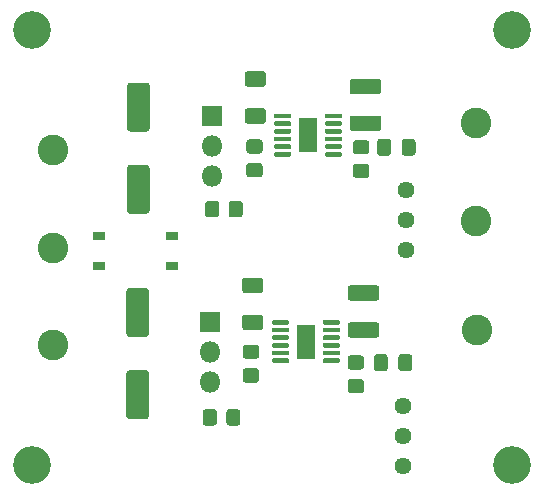
<source format=gbr>
G04 #@! TF.GenerationSoftware,KiCad,Pcbnew,(5.1.7-0-10_14)*
G04 #@! TF.CreationDate,2020-11-05T19:56:57+01:00*
G04 #@! TF.ProjectId,lv-lownoise-psu,6c762d6c-6f77-46e6-9f69-73652d707375,rev?*
G04 #@! TF.SameCoordinates,Original*
G04 #@! TF.FileFunction,Soldermask,Top*
G04 #@! TF.FilePolarity,Negative*
%FSLAX46Y46*%
G04 Gerber Fmt 4.6, Leading zero omitted, Abs format (unit mm)*
G04 Created by KiCad (PCBNEW (5.1.7-0-10_14)) date 2020-11-05 19:56:57*
%MOMM*%
%LPD*%
G01*
G04 APERTURE LIST*
%ADD10C,1.440000*%
%ADD11R,1.650000X2.850000*%
%ADD12O,1.800000X1.800000*%
%ADD13R,1.800000X1.800000*%
%ADD14C,2.600000*%
%ADD15C,3.200000*%
%ADD16R,1.000000X0.800000*%
G04 APERTURE END LIST*
G36*
G01*
X94743500Y-71700000D02*
X93343500Y-71700000D01*
G75*
G02*
X93093500Y-71450000I0J250000D01*
G01*
X93093500Y-67800000D01*
G75*
G02*
X93343500Y-67550000I250000J0D01*
G01*
X94743500Y-67550000D01*
G75*
G02*
X94993500Y-67800000I0J-250000D01*
G01*
X94993500Y-71450000D01*
G75*
G02*
X94743500Y-71700000I-250000J0D01*
G01*
G37*
G36*
G01*
X94743500Y-78650000D02*
X93343500Y-78650000D01*
G75*
G02*
X93093500Y-78400000I0J250000D01*
G01*
X93093500Y-74750000D01*
G75*
G02*
X93343500Y-74500000I250000J0D01*
G01*
X94743500Y-74500000D01*
G75*
G02*
X94993500Y-74750000I0J-250000D01*
G01*
X94993500Y-78400000D01*
G75*
G02*
X94743500Y-78650000I-250000J0D01*
G01*
G37*
D10*
X116484400Y-82600800D03*
X116484400Y-80060800D03*
X116484400Y-77520800D03*
G36*
G01*
X112972001Y-74450500D02*
X112071999Y-74450500D01*
G75*
G02*
X111822000Y-74200501I0J249999D01*
G01*
X111822000Y-73500499D01*
G75*
G02*
X112071999Y-73250500I249999J0D01*
G01*
X112972001Y-73250500D01*
G75*
G02*
X113222000Y-73500499I0J-249999D01*
G01*
X113222000Y-74200501D01*
G75*
G02*
X112972001Y-74450500I-249999J0D01*
G01*
G37*
G36*
G01*
X112972001Y-76450500D02*
X112071999Y-76450500D01*
G75*
G02*
X111822000Y-76200501I0J249999D01*
G01*
X111822000Y-75500499D01*
G75*
G02*
X112071999Y-75250500I249999J0D01*
G01*
X112972001Y-75250500D01*
G75*
G02*
X113222000Y-75500499I0J-249999D01*
G01*
X113222000Y-76200501D01*
G75*
G02*
X112972001Y-76450500I-249999J0D01*
G01*
G37*
G36*
G01*
X112069699Y-70432500D02*
X114269701Y-70432500D01*
G75*
G02*
X114519700Y-70682499I0J-249999D01*
G01*
X114519700Y-71507501D01*
G75*
G02*
X114269701Y-71757500I-249999J0D01*
G01*
X112069699Y-71757500D01*
G75*
G02*
X111819700Y-71507501I0J249999D01*
G01*
X111819700Y-70682499D01*
G75*
G02*
X112069699Y-70432500I249999J0D01*
G01*
G37*
G36*
G01*
X112069699Y-67307500D02*
X114269701Y-67307500D01*
G75*
G02*
X114519700Y-67557499I0J-249999D01*
G01*
X114519700Y-68382501D01*
G75*
G02*
X114269701Y-68632500I-249999J0D01*
G01*
X112069699Y-68632500D01*
G75*
G02*
X111819700Y-68382501I0J249999D01*
G01*
X111819700Y-67557499D01*
G75*
G02*
X112069699Y-67307500I249999J0D01*
G01*
G37*
G36*
G01*
X115221600Y-73388200D02*
X115221600Y-74338200D01*
G75*
G02*
X114971600Y-74588200I-250000J0D01*
G01*
X114296600Y-74588200D01*
G75*
G02*
X114046600Y-74338200I0J250000D01*
G01*
X114046600Y-73388200D01*
G75*
G02*
X114296600Y-73138200I250000J0D01*
G01*
X114971600Y-73138200D01*
G75*
G02*
X115221600Y-73388200I0J-250000D01*
G01*
G37*
G36*
G01*
X117296600Y-73388200D02*
X117296600Y-74338200D01*
G75*
G02*
X117046600Y-74588200I-250000J0D01*
G01*
X116371600Y-74588200D01*
G75*
G02*
X116121600Y-74338200I0J250000D01*
G01*
X116121600Y-73388200D01*
G75*
G02*
X116371600Y-73138200I250000J0D01*
G01*
X117046600Y-73138200D01*
G75*
G02*
X117296600Y-73388200I0J-250000D01*
G01*
G37*
G36*
G01*
X103134399Y-69784400D02*
X104434401Y-69784400D01*
G75*
G02*
X104684400Y-70034399I0J-249999D01*
G01*
X104684400Y-70859401D01*
G75*
G02*
X104434401Y-71109400I-249999J0D01*
G01*
X103134399Y-71109400D01*
G75*
G02*
X102884400Y-70859401I0J249999D01*
G01*
X102884400Y-70034399D01*
G75*
G02*
X103134399Y-69784400I249999J0D01*
G01*
G37*
G36*
G01*
X103134399Y-66659400D02*
X104434401Y-66659400D01*
G75*
G02*
X104684400Y-66909399I0J-249999D01*
G01*
X104684400Y-67734401D01*
G75*
G02*
X104434401Y-67984400I-249999J0D01*
G01*
X103134399Y-67984400D01*
G75*
G02*
X102884400Y-67734401I0J249999D01*
G01*
X102884400Y-66909399D01*
G75*
G02*
X103134399Y-66659400I249999J0D01*
G01*
G37*
D11*
X108296600Y-72071900D03*
G36*
G01*
X109721600Y-70546900D02*
X109721600Y-70346900D01*
G75*
G02*
X109821600Y-70246900I100000J0D01*
G01*
X111071600Y-70246900D01*
G75*
G02*
X111171600Y-70346900I0J-100000D01*
G01*
X111171600Y-70546900D01*
G75*
G02*
X111071600Y-70646900I-100000J0D01*
G01*
X109821600Y-70646900D01*
G75*
G02*
X109721600Y-70546900I0J100000D01*
G01*
G37*
G36*
G01*
X109721600Y-71196900D02*
X109721600Y-70996900D01*
G75*
G02*
X109821600Y-70896900I100000J0D01*
G01*
X111071600Y-70896900D01*
G75*
G02*
X111171600Y-70996900I0J-100000D01*
G01*
X111171600Y-71196900D01*
G75*
G02*
X111071600Y-71296900I-100000J0D01*
G01*
X109821600Y-71296900D01*
G75*
G02*
X109721600Y-71196900I0J100000D01*
G01*
G37*
G36*
G01*
X109721600Y-71846900D02*
X109721600Y-71646900D01*
G75*
G02*
X109821600Y-71546900I100000J0D01*
G01*
X111071600Y-71546900D01*
G75*
G02*
X111171600Y-71646900I0J-100000D01*
G01*
X111171600Y-71846900D01*
G75*
G02*
X111071600Y-71946900I-100000J0D01*
G01*
X109821600Y-71946900D01*
G75*
G02*
X109721600Y-71846900I0J100000D01*
G01*
G37*
G36*
G01*
X109721600Y-72496900D02*
X109721600Y-72296900D01*
G75*
G02*
X109821600Y-72196900I100000J0D01*
G01*
X111071600Y-72196900D01*
G75*
G02*
X111171600Y-72296900I0J-100000D01*
G01*
X111171600Y-72496900D01*
G75*
G02*
X111071600Y-72596900I-100000J0D01*
G01*
X109821600Y-72596900D01*
G75*
G02*
X109721600Y-72496900I0J100000D01*
G01*
G37*
G36*
G01*
X109721600Y-73146900D02*
X109721600Y-72946900D01*
G75*
G02*
X109821600Y-72846900I100000J0D01*
G01*
X111071600Y-72846900D01*
G75*
G02*
X111171600Y-72946900I0J-100000D01*
G01*
X111171600Y-73146900D01*
G75*
G02*
X111071600Y-73246900I-100000J0D01*
G01*
X109821600Y-73246900D01*
G75*
G02*
X109721600Y-73146900I0J100000D01*
G01*
G37*
G36*
G01*
X109721600Y-73796900D02*
X109721600Y-73596900D01*
G75*
G02*
X109821600Y-73496900I100000J0D01*
G01*
X111071600Y-73496900D01*
G75*
G02*
X111171600Y-73596900I0J-100000D01*
G01*
X111171600Y-73796900D01*
G75*
G02*
X111071600Y-73896900I-100000J0D01*
G01*
X109821600Y-73896900D01*
G75*
G02*
X109721600Y-73796900I0J100000D01*
G01*
G37*
G36*
G01*
X105421600Y-73796900D02*
X105421600Y-73596900D01*
G75*
G02*
X105521600Y-73496900I100000J0D01*
G01*
X106771600Y-73496900D01*
G75*
G02*
X106871600Y-73596900I0J-100000D01*
G01*
X106871600Y-73796900D01*
G75*
G02*
X106771600Y-73896900I-100000J0D01*
G01*
X105521600Y-73896900D01*
G75*
G02*
X105421600Y-73796900I0J100000D01*
G01*
G37*
G36*
G01*
X105421600Y-73146900D02*
X105421600Y-72946900D01*
G75*
G02*
X105521600Y-72846900I100000J0D01*
G01*
X106771600Y-72846900D01*
G75*
G02*
X106871600Y-72946900I0J-100000D01*
G01*
X106871600Y-73146900D01*
G75*
G02*
X106771600Y-73246900I-100000J0D01*
G01*
X105521600Y-73246900D01*
G75*
G02*
X105421600Y-73146900I0J100000D01*
G01*
G37*
G36*
G01*
X105421600Y-72496900D02*
X105421600Y-72296900D01*
G75*
G02*
X105521600Y-72196900I100000J0D01*
G01*
X106771600Y-72196900D01*
G75*
G02*
X106871600Y-72296900I0J-100000D01*
G01*
X106871600Y-72496900D01*
G75*
G02*
X106771600Y-72596900I-100000J0D01*
G01*
X105521600Y-72596900D01*
G75*
G02*
X105421600Y-72496900I0J100000D01*
G01*
G37*
G36*
G01*
X105421600Y-71846900D02*
X105421600Y-71646900D01*
G75*
G02*
X105521600Y-71546900I100000J0D01*
G01*
X106771600Y-71546900D01*
G75*
G02*
X106871600Y-71646900I0J-100000D01*
G01*
X106871600Y-71846900D01*
G75*
G02*
X106771600Y-71946900I-100000J0D01*
G01*
X105521600Y-71946900D01*
G75*
G02*
X105421600Y-71846900I0J100000D01*
G01*
G37*
G36*
G01*
X105421600Y-71196900D02*
X105421600Y-70996900D01*
G75*
G02*
X105521600Y-70896900I100000J0D01*
G01*
X106771600Y-70896900D01*
G75*
G02*
X106871600Y-70996900I0J-100000D01*
G01*
X106871600Y-71196900D01*
G75*
G02*
X106771600Y-71296900I-100000J0D01*
G01*
X105521600Y-71296900D01*
G75*
G02*
X105421600Y-71196900I0J100000D01*
G01*
G37*
G36*
G01*
X105421600Y-70546900D02*
X105421600Y-70346900D01*
G75*
G02*
X105521600Y-70246900I100000J0D01*
G01*
X106771600Y-70246900D01*
G75*
G02*
X106871600Y-70346900I0J-100000D01*
G01*
X106871600Y-70546900D01*
G75*
G02*
X106771600Y-70646900I-100000J0D01*
G01*
X105521600Y-70646900D01*
G75*
G02*
X105421600Y-70546900I0J100000D01*
G01*
G37*
X108474400Y-54597900D03*
G36*
G01*
X109899400Y-53072900D02*
X109899400Y-52872900D01*
G75*
G02*
X109999400Y-52772900I100000J0D01*
G01*
X111249400Y-52772900D01*
G75*
G02*
X111349400Y-52872900I0J-100000D01*
G01*
X111349400Y-53072900D01*
G75*
G02*
X111249400Y-53172900I-100000J0D01*
G01*
X109999400Y-53172900D01*
G75*
G02*
X109899400Y-53072900I0J100000D01*
G01*
G37*
G36*
G01*
X109899400Y-53722900D02*
X109899400Y-53522900D01*
G75*
G02*
X109999400Y-53422900I100000J0D01*
G01*
X111249400Y-53422900D01*
G75*
G02*
X111349400Y-53522900I0J-100000D01*
G01*
X111349400Y-53722900D01*
G75*
G02*
X111249400Y-53822900I-100000J0D01*
G01*
X109999400Y-53822900D01*
G75*
G02*
X109899400Y-53722900I0J100000D01*
G01*
G37*
G36*
G01*
X109899400Y-54372900D02*
X109899400Y-54172900D01*
G75*
G02*
X109999400Y-54072900I100000J0D01*
G01*
X111249400Y-54072900D01*
G75*
G02*
X111349400Y-54172900I0J-100000D01*
G01*
X111349400Y-54372900D01*
G75*
G02*
X111249400Y-54472900I-100000J0D01*
G01*
X109999400Y-54472900D01*
G75*
G02*
X109899400Y-54372900I0J100000D01*
G01*
G37*
G36*
G01*
X109899400Y-55022900D02*
X109899400Y-54822900D01*
G75*
G02*
X109999400Y-54722900I100000J0D01*
G01*
X111249400Y-54722900D01*
G75*
G02*
X111349400Y-54822900I0J-100000D01*
G01*
X111349400Y-55022900D01*
G75*
G02*
X111249400Y-55122900I-100000J0D01*
G01*
X109999400Y-55122900D01*
G75*
G02*
X109899400Y-55022900I0J100000D01*
G01*
G37*
G36*
G01*
X109899400Y-55672900D02*
X109899400Y-55472900D01*
G75*
G02*
X109999400Y-55372900I100000J0D01*
G01*
X111249400Y-55372900D01*
G75*
G02*
X111349400Y-55472900I0J-100000D01*
G01*
X111349400Y-55672900D01*
G75*
G02*
X111249400Y-55772900I-100000J0D01*
G01*
X109999400Y-55772900D01*
G75*
G02*
X109899400Y-55672900I0J100000D01*
G01*
G37*
G36*
G01*
X109899400Y-56322900D02*
X109899400Y-56122900D01*
G75*
G02*
X109999400Y-56022900I100000J0D01*
G01*
X111249400Y-56022900D01*
G75*
G02*
X111349400Y-56122900I0J-100000D01*
G01*
X111349400Y-56322900D01*
G75*
G02*
X111249400Y-56422900I-100000J0D01*
G01*
X109999400Y-56422900D01*
G75*
G02*
X109899400Y-56322900I0J100000D01*
G01*
G37*
G36*
G01*
X105599400Y-56322900D02*
X105599400Y-56122900D01*
G75*
G02*
X105699400Y-56022900I100000J0D01*
G01*
X106949400Y-56022900D01*
G75*
G02*
X107049400Y-56122900I0J-100000D01*
G01*
X107049400Y-56322900D01*
G75*
G02*
X106949400Y-56422900I-100000J0D01*
G01*
X105699400Y-56422900D01*
G75*
G02*
X105599400Y-56322900I0J100000D01*
G01*
G37*
G36*
G01*
X105599400Y-55672900D02*
X105599400Y-55472900D01*
G75*
G02*
X105699400Y-55372900I100000J0D01*
G01*
X106949400Y-55372900D01*
G75*
G02*
X107049400Y-55472900I0J-100000D01*
G01*
X107049400Y-55672900D01*
G75*
G02*
X106949400Y-55772900I-100000J0D01*
G01*
X105699400Y-55772900D01*
G75*
G02*
X105599400Y-55672900I0J100000D01*
G01*
G37*
G36*
G01*
X105599400Y-55022900D02*
X105599400Y-54822900D01*
G75*
G02*
X105699400Y-54722900I100000J0D01*
G01*
X106949400Y-54722900D01*
G75*
G02*
X107049400Y-54822900I0J-100000D01*
G01*
X107049400Y-55022900D01*
G75*
G02*
X106949400Y-55122900I-100000J0D01*
G01*
X105699400Y-55122900D01*
G75*
G02*
X105599400Y-55022900I0J100000D01*
G01*
G37*
G36*
G01*
X105599400Y-54372900D02*
X105599400Y-54172900D01*
G75*
G02*
X105699400Y-54072900I100000J0D01*
G01*
X106949400Y-54072900D01*
G75*
G02*
X107049400Y-54172900I0J-100000D01*
G01*
X107049400Y-54372900D01*
G75*
G02*
X106949400Y-54472900I-100000J0D01*
G01*
X105699400Y-54472900D01*
G75*
G02*
X105599400Y-54372900I0J100000D01*
G01*
G37*
G36*
G01*
X105599400Y-53722900D02*
X105599400Y-53522900D01*
G75*
G02*
X105699400Y-53422900I100000J0D01*
G01*
X106949400Y-53422900D01*
G75*
G02*
X107049400Y-53522900I0J-100000D01*
G01*
X107049400Y-53722900D01*
G75*
G02*
X106949400Y-53822900I-100000J0D01*
G01*
X105699400Y-53822900D01*
G75*
G02*
X105599400Y-53722900I0J100000D01*
G01*
G37*
G36*
G01*
X105599400Y-53072900D02*
X105599400Y-52872900D01*
G75*
G02*
X105699400Y-52772900I100000J0D01*
G01*
X106949400Y-52772900D01*
G75*
G02*
X107049400Y-52872900I0J-100000D01*
G01*
X107049400Y-53072900D01*
G75*
G02*
X106949400Y-53172900I-100000J0D01*
G01*
X105699400Y-53172900D01*
G75*
G02*
X105599400Y-53072900I0J100000D01*
G01*
G37*
G36*
G01*
X114434801Y-51144200D02*
X112234799Y-51144200D01*
G75*
G02*
X111984800Y-50894201I0J249999D01*
G01*
X111984800Y-50069199D01*
G75*
G02*
X112234799Y-49819200I249999J0D01*
G01*
X114434801Y-49819200D01*
G75*
G02*
X114684800Y-50069199I0J-249999D01*
G01*
X114684800Y-50894201D01*
G75*
G02*
X114434801Y-51144200I-249999J0D01*
G01*
G37*
G36*
G01*
X114434801Y-54269200D02*
X112234799Y-54269200D01*
G75*
G02*
X111984800Y-54019201I0J249999D01*
G01*
X111984800Y-53194199D01*
G75*
G02*
X112234799Y-52944200I249999J0D01*
G01*
X114434801Y-52944200D01*
G75*
G02*
X114684800Y-53194199I0J-249999D01*
G01*
X114684800Y-54019201D01*
G75*
G02*
X114434801Y-54269200I-249999J0D01*
G01*
G37*
G36*
G01*
X116401000Y-56101000D02*
X116401000Y-55151000D01*
G75*
G02*
X116651000Y-54901000I250000J0D01*
G01*
X117326000Y-54901000D01*
G75*
G02*
X117576000Y-55151000I0J-250000D01*
G01*
X117576000Y-56101000D01*
G75*
G02*
X117326000Y-56351000I-250000J0D01*
G01*
X116651000Y-56351000D01*
G75*
G02*
X116401000Y-56101000I0J250000D01*
G01*
G37*
G36*
G01*
X114326000Y-56101000D02*
X114326000Y-55151000D01*
G75*
G02*
X114576000Y-54901000I250000J0D01*
G01*
X115251000Y-54901000D01*
G75*
G02*
X115501000Y-55151000I0J-250000D01*
G01*
X115501000Y-56101000D01*
G75*
G02*
X115251000Y-56351000I-250000J0D01*
G01*
X114576000Y-56351000D01*
G75*
G02*
X114326000Y-56101000I0J250000D01*
G01*
G37*
G36*
G01*
X104663001Y-50509600D02*
X103362999Y-50509600D01*
G75*
G02*
X103113000Y-50259601I0J249999D01*
G01*
X103113000Y-49434599D01*
G75*
G02*
X103362999Y-49184600I249999J0D01*
G01*
X104663001Y-49184600D01*
G75*
G02*
X104913000Y-49434599I0J-249999D01*
G01*
X104913000Y-50259601D01*
G75*
G02*
X104663001Y-50509600I-249999J0D01*
G01*
G37*
G36*
G01*
X104663001Y-53634600D02*
X103362999Y-53634600D01*
G75*
G02*
X103113000Y-53384601I0J249999D01*
G01*
X103113000Y-52559599D01*
G75*
G02*
X103362999Y-52309600I249999J0D01*
G01*
X104663001Y-52309600D01*
G75*
G02*
X104913000Y-52559599I0J-249999D01*
G01*
X104913000Y-53384601D01*
G75*
G02*
X104663001Y-53634600I-249999J0D01*
G01*
G37*
G36*
G01*
X94807000Y-54307000D02*
X93407000Y-54307000D01*
G75*
G02*
X93157000Y-54057000I0J250000D01*
G01*
X93157000Y-50407000D01*
G75*
G02*
X93407000Y-50157000I250000J0D01*
G01*
X94807000Y-50157000D01*
G75*
G02*
X95057000Y-50407000I0J-250000D01*
G01*
X95057000Y-54057000D01*
G75*
G02*
X94807000Y-54307000I-250000J0D01*
G01*
G37*
G36*
G01*
X94807000Y-61257000D02*
X93407000Y-61257000D01*
G75*
G02*
X93157000Y-61007000I0J250000D01*
G01*
X93157000Y-57357000D01*
G75*
G02*
X93407000Y-57107000I250000J0D01*
G01*
X94807000Y-57107000D01*
G75*
G02*
X95057000Y-57357000I0J-250000D01*
G01*
X95057000Y-61007000D01*
G75*
G02*
X94807000Y-61257000I-250000J0D01*
G01*
G37*
G36*
G01*
X104094701Y-73548800D02*
X103194699Y-73548800D01*
G75*
G02*
X102944700Y-73298801I0J249999D01*
G01*
X102944700Y-72598799D01*
G75*
G02*
X103194699Y-72348800I249999J0D01*
G01*
X104094701Y-72348800D01*
G75*
G02*
X104344700Y-72598799I0J-249999D01*
G01*
X104344700Y-73298801D01*
G75*
G02*
X104094701Y-73548800I-249999J0D01*
G01*
G37*
G36*
G01*
X104094701Y-75548800D02*
X103194699Y-75548800D01*
G75*
G02*
X102944700Y-75298801I0J249999D01*
G01*
X102944700Y-74598799D01*
G75*
G02*
X103194699Y-74348800I249999J0D01*
G01*
X104094701Y-74348800D01*
G75*
G02*
X104344700Y-74598799I0J-249999D01*
G01*
X104344700Y-75298801D01*
G75*
G02*
X104094701Y-75548800I-249999J0D01*
G01*
G37*
G36*
G01*
X100752200Y-78048699D02*
X100752200Y-78948701D01*
G75*
G02*
X100502201Y-79198700I-249999J0D01*
G01*
X99802199Y-79198700D01*
G75*
G02*
X99552200Y-78948701I0J249999D01*
G01*
X99552200Y-78048699D01*
G75*
G02*
X99802199Y-77798700I249999J0D01*
G01*
X100502201Y-77798700D01*
G75*
G02*
X100752200Y-78048699I0J-249999D01*
G01*
G37*
G36*
G01*
X102752200Y-78048699D02*
X102752200Y-78948701D01*
G75*
G02*
X102502201Y-79198700I-249999J0D01*
G01*
X101802199Y-79198700D01*
G75*
G02*
X101552200Y-78948701I0J249999D01*
G01*
X101552200Y-78048699D01*
G75*
G02*
X101802199Y-77798700I249999J0D01*
G01*
X102502201Y-77798700D01*
G75*
G02*
X102752200Y-78048699I0J-249999D01*
G01*
G37*
G36*
G01*
X101755400Y-61321101D02*
X101755400Y-60421099D01*
G75*
G02*
X102005399Y-60171100I249999J0D01*
G01*
X102705401Y-60171100D01*
G75*
G02*
X102955400Y-60421099I0J-249999D01*
G01*
X102955400Y-61321101D01*
G75*
G02*
X102705401Y-61571100I-249999J0D01*
G01*
X102005399Y-61571100D01*
G75*
G02*
X101755400Y-61321101I0J249999D01*
G01*
G37*
G36*
G01*
X99755400Y-61321101D02*
X99755400Y-60421099D01*
G75*
G02*
X100005399Y-60171100I249999J0D01*
G01*
X100705401Y-60171100D01*
G75*
G02*
X100955400Y-60421099I0J-249999D01*
G01*
X100955400Y-61321101D01*
G75*
G02*
X100705401Y-61571100I-249999J0D01*
G01*
X100005399Y-61571100D01*
G75*
G02*
X99755400Y-61321101I0J249999D01*
G01*
G37*
G36*
G01*
X103486799Y-56965800D02*
X104386801Y-56965800D01*
G75*
G02*
X104636800Y-57215799I0J-249999D01*
G01*
X104636800Y-57915801D01*
G75*
G02*
X104386801Y-58165800I-249999J0D01*
G01*
X103486799Y-58165800D01*
G75*
G02*
X103236800Y-57915801I0J249999D01*
G01*
X103236800Y-57215799D01*
G75*
G02*
X103486799Y-56965800I249999J0D01*
G01*
G37*
G36*
G01*
X103486799Y-54965800D02*
X104386801Y-54965800D01*
G75*
G02*
X104636800Y-55215799I0J-249999D01*
G01*
X104636800Y-55915801D01*
G75*
G02*
X104386801Y-56165800I-249999J0D01*
G01*
X103486799Y-56165800D01*
G75*
G02*
X103236800Y-55915801I0J249999D01*
G01*
X103236800Y-55215799D01*
G75*
G02*
X103486799Y-54965800I249999J0D01*
G01*
G37*
D12*
X100190300Y-75501500D03*
X100190300Y-72961500D03*
D13*
X100190300Y-70421500D03*
D12*
X100355400Y-58064400D03*
X100355400Y-55524400D03*
D13*
X100355400Y-52984400D03*
D10*
X116789200Y-64363600D03*
X116789200Y-61823600D03*
X116789200Y-59283600D03*
G36*
G01*
X112516499Y-57026000D02*
X113416501Y-57026000D01*
G75*
G02*
X113666500Y-57275999I0J-249999D01*
G01*
X113666500Y-57976001D01*
G75*
G02*
X113416501Y-58226000I-249999J0D01*
G01*
X112516499Y-58226000D01*
G75*
G02*
X112266500Y-57976001I0J249999D01*
G01*
X112266500Y-57275999D01*
G75*
G02*
X112516499Y-57026000I249999J0D01*
G01*
G37*
G36*
G01*
X112516499Y-55026000D02*
X113416501Y-55026000D01*
G75*
G02*
X113666500Y-55275999I0J-249999D01*
G01*
X113666500Y-55976001D01*
G75*
G02*
X113416501Y-56226000I-249999J0D01*
G01*
X112516499Y-56226000D01*
G75*
G02*
X112266500Y-55976001I0J249999D01*
G01*
X112266500Y-55275999D01*
G75*
G02*
X112516499Y-55026000I249999J0D01*
G01*
G37*
D14*
X122783600Y-71120000D03*
X122732800Y-61874400D03*
X122732800Y-53594000D03*
X86868000Y-55880000D03*
X86868000Y-64135000D03*
X86868000Y-72390000D03*
D15*
X125730000Y-45720000D03*
X125730000Y-82550000D03*
X85090000Y-82550000D03*
X85090000Y-45720000D03*
D16*
X96964500Y-63119000D03*
X96964500Y-65659000D03*
X90814500Y-65659000D03*
X90814500Y-63119000D03*
M02*

</source>
